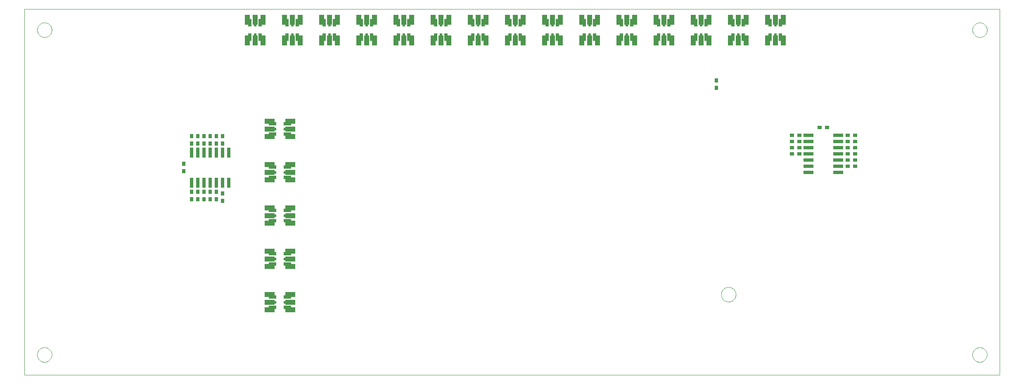
<source format=gtp>
G75*
G70*
%OFA0B0*%
%FSLAX24Y24*%
%IPPOS*%
%LPD*%
%AMOC8*
5,1,8,0,0,1.08239X$1,22.5*
%
%ADD10C,0.0000*%
%ADD11R,0.0394X0.0787*%
%ADD12R,0.0276X0.0600*%
%ADD13R,0.0197X0.0600*%
%ADD14R,0.0354X0.0315*%
%ADD15R,0.0787X0.0394*%
%ADD16R,0.0600X0.0276*%
%ADD17R,0.0600X0.0197*%
%ADD18R,0.0315X0.0354*%
%ADD19R,0.0800X0.0260*%
%ADD20R,0.0260X0.0800*%
D10*
X000100Y000444D02*
X000100Y030003D01*
X078840Y030003D01*
X078840Y000444D01*
X000100Y000444D01*
X001134Y002069D02*
X001136Y002117D01*
X001142Y002165D01*
X001152Y002212D01*
X001165Y002258D01*
X001183Y002303D01*
X001203Y002347D01*
X001228Y002389D01*
X001256Y002428D01*
X001286Y002465D01*
X001320Y002499D01*
X001357Y002531D01*
X001395Y002560D01*
X001436Y002585D01*
X001479Y002607D01*
X001524Y002625D01*
X001570Y002639D01*
X001617Y002650D01*
X001665Y002657D01*
X001713Y002660D01*
X001761Y002659D01*
X001809Y002654D01*
X001857Y002645D01*
X001903Y002633D01*
X001948Y002616D01*
X001992Y002596D01*
X002034Y002573D01*
X002074Y002546D01*
X002112Y002516D01*
X002147Y002483D01*
X002179Y002447D01*
X002209Y002409D01*
X002235Y002368D01*
X002257Y002325D01*
X002277Y002281D01*
X002292Y002236D01*
X002304Y002189D01*
X002312Y002141D01*
X002316Y002093D01*
X002316Y002045D01*
X002312Y001997D01*
X002304Y001949D01*
X002292Y001902D01*
X002277Y001857D01*
X002257Y001813D01*
X002235Y001770D01*
X002209Y001729D01*
X002179Y001691D01*
X002147Y001655D01*
X002112Y001622D01*
X002074Y001592D01*
X002034Y001565D01*
X001992Y001542D01*
X001948Y001522D01*
X001903Y001505D01*
X001857Y001493D01*
X001809Y001484D01*
X001761Y001479D01*
X001713Y001478D01*
X001665Y001481D01*
X001617Y001488D01*
X001570Y001499D01*
X001524Y001513D01*
X001479Y001531D01*
X001436Y001553D01*
X001395Y001578D01*
X001357Y001607D01*
X001320Y001639D01*
X001286Y001673D01*
X001256Y001710D01*
X001228Y001749D01*
X001203Y001791D01*
X001183Y001835D01*
X001165Y001880D01*
X001152Y001926D01*
X001142Y001973D01*
X001136Y002021D01*
X001134Y002069D01*
X056351Y006944D02*
X056353Y006992D01*
X056359Y007040D01*
X056369Y007087D01*
X056382Y007133D01*
X056400Y007178D01*
X056420Y007222D01*
X056445Y007264D01*
X056473Y007303D01*
X056503Y007340D01*
X056537Y007374D01*
X056574Y007406D01*
X056612Y007435D01*
X056653Y007460D01*
X056696Y007482D01*
X056741Y007500D01*
X056787Y007514D01*
X056834Y007525D01*
X056882Y007532D01*
X056930Y007535D01*
X056978Y007534D01*
X057026Y007529D01*
X057074Y007520D01*
X057120Y007508D01*
X057165Y007491D01*
X057209Y007471D01*
X057251Y007448D01*
X057291Y007421D01*
X057329Y007391D01*
X057364Y007358D01*
X057396Y007322D01*
X057426Y007284D01*
X057452Y007243D01*
X057474Y007200D01*
X057494Y007156D01*
X057509Y007111D01*
X057521Y007064D01*
X057529Y007016D01*
X057533Y006968D01*
X057533Y006920D01*
X057529Y006872D01*
X057521Y006824D01*
X057509Y006777D01*
X057494Y006732D01*
X057474Y006688D01*
X057452Y006645D01*
X057426Y006604D01*
X057396Y006566D01*
X057364Y006530D01*
X057329Y006497D01*
X057291Y006467D01*
X057251Y006440D01*
X057209Y006417D01*
X057165Y006397D01*
X057120Y006380D01*
X057074Y006368D01*
X057026Y006359D01*
X056978Y006354D01*
X056930Y006353D01*
X056882Y006356D01*
X056834Y006363D01*
X056787Y006374D01*
X056741Y006388D01*
X056696Y006406D01*
X056653Y006428D01*
X056612Y006453D01*
X056574Y006482D01*
X056537Y006514D01*
X056503Y006548D01*
X056473Y006585D01*
X056445Y006624D01*
X056420Y006666D01*
X056400Y006710D01*
X056382Y006755D01*
X056369Y006801D01*
X056359Y006848D01*
X056353Y006896D01*
X056351Y006944D01*
X076634Y002069D02*
X076636Y002117D01*
X076642Y002165D01*
X076652Y002212D01*
X076665Y002258D01*
X076683Y002303D01*
X076703Y002347D01*
X076728Y002389D01*
X076756Y002428D01*
X076786Y002465D01*
X076820Y002499D01*
X076857Y002531D01*
X076895Y002560D01*
X076936Y002585D01*
X076979Y002607D01*
X077024Y002625D01*
X077070Y002639D01*
X077117Y002650D01*
X077165Y002657D01*
X077213Y002660D01*
X077261Y002659D01*
X077309Y002654D01*
X077357Y002645D01*
X077403Y002633D01*
X077448Y002616D01*
X077492Y002596D01*
X077534Y002573D01*
X077574Y002546D01*
X077612Y002516D01*
X077647Y002483D01*
X077679Y002447D01*
X077709Y002409D01*
X077735Y002368D01*
X077757Y002325D01*
X077777Y002281D01*
X077792Y002236D01*
X077804Y002189D01*
X077812Y002141D01*
X077816Y002093D01*
X077816Y002045D01*
X077812Y001997D01*
X077804Y001949D01*
X077792Y001902D01*
X077777Y001857D01*
X077757Y001813D01*
X077735Y001770D01*
X077709Y001729D01*
X077679Y001691D01*
X077647Y001655D01*
X077612Y001622D01*
X077574Y001592D01*
X077534Y001565D01*
X077492Y001542D01*
X077448Y001522D01*
X077403Y001505D01*
X077357Y001493D01*
X077309Y001484D01*
X077261Y001479D01*
X077213Y001478D01*
X077165Y001481D01*
X077117Y001488D01*
X077070Y001499D01*
X077024Y001513D01*
X076979Y001531D01*
X076936Y001553D01*
X076895Y001578D01*
X076857Y001607D01*
X076820Y001639D01*
X076786Y001673D01*
X076756Y001710D01*
X076728Y001749D01*
X076703Y001791D01*
X076683Y001835D01*
X076665Y001880D01*
X076652Y001926D01*
X076642Y001973D01*
X076636Y002021D01*
X076634Y002069D01*
X076634Y028319D02*
X076636Y028367D01*
X076642Y028415D01*
X076652Y028462D01*
X076665Y028508D01*
X076683Y028553D01*
X076703Y028597D01*
X076728Y028639D01*
X076756Y028678D01*
X076786Y028715D01*
X076820Y028749D01*
X076857Y028781D01*
X076895Y028810D01*
X076936Y028835D01*
X076979Y028857D01*
X077024Y028875D01*
X077070Y028889D01*
X077117Y028900D01*
X077165Y028907D01*
X077213Y028910D01*
X077261Y028909D01*
X077309Y028904D01*
X077357Y028895D01*
X077403Y028883D01*
X077448Y028866D01*
X077492Y028846D01*
X077534Y028823D01*
X077574Y028796D01*
X077612Y028766D01*
X077647Y028733D01*
X077679Y028697D01*
X077709Y028659D01*
X077735Y028618D01*
X077757Y028575D01*
X077777Y028531D01*
X077792Y028486D01*
X077804Y028439D01*
X077812Y028391D01*
X077816Y028343D01*
X077816Y028295D01*
X077812Y028247D01*
X077804Y028199D01*
X077792Y028152D01*
X077777Y028107D01*
X077757Y028063D01*
X077735Y028020D01*
X077709Y027979D01*
X077679Y027941D01*
X077647Y027905D01*
X077612Y027872D01*
X077574Y027842D01*
X077534Y027815D01*
X077492Y027792D01*
X077448Y027772D01*
X077403Y027755D01*
X077357Y027743D01*
X077309Y027734D01*
X077261Y027729D01*
X077213Y027728D01*
X077165Y027731D01*
X077117Y027738D01*
X077070Y027749D01*
X077024Y027763D01*
X076979Y027781D01*
X076936Y027803D01*
X076895Y027828D01*
X076857Y027857D01*
X076820Y027889D01*
X076786Y027923D01*
X076756Y027960D01*
X076728Y027999D01*
X076703Y028041D01*
X076683Y028085D01*
X076665Y028130D01*
X076652Y028176D01*
X076642Y028223D01*
X076636Y028271D01*
X076634Y028319D01*
X001134Y028319D02*
X001136Y028367D01*
X001142Y028415D01*
X001152Y028462D01*
X001165Y028508D01*
X001183Y028553D01*
X001203Y028597D01*
X001228Y028639D01*
X001256Y028678D01*
X001286Y028715D01*
X001320Y028749D01*
X001357Y028781D01*
X001395Y028810D01*
X001436Y028835D01*
X001479Y028857D01*
X001524Y028875D01*
X001570Y028889D01*
X001617Y028900D01*
X001665Y028907D01*
X001713Y028910D01*
X001761Y028909D01*
X001809Y028904D01*
X001857Y028895D01*
X001903Y028883D01*
X001948Y028866D01*
X001992Y028846D01*
X002034Y028823D01*
X002074Y028796D01*
X002112Y028766D01*
X002147Y028733D01*
X002179Y028697D01*
X002209Y028659D01*
X002235Y028618D01*
X002257Y028575D01*
X002277Y028531D01*
X002292Y028486D01*
X002304Y028439D01*
X002312Y028391D01*
X002316Y028343D01*
X002316Y028295D01*
X002312Y028247D01*
X002304Y028199D01*
X002292Y028152D01*
X002277Y028107D01*
X002257Y028063D01*
X002235Y028020D01*
X002209Y027979D01*
X002179Y027941D01*
X002147Y027905D01*
X002112Y027872D01*
X002074Y027842D01*
X002034Y027815D01*
X001992Y027792D01*
X001948Y027772D01*
X001903Y027755D01*
X001857Y027743D01*
X001809Y027734D01*
X001761Y027729D01*
X001713Y027728D01*
X001665Y027731D01*
X001617Y027738D01*
X001570Y027749D01*
X001524Y027763D01*
X001479Y027781D01*
X001436Y027803D01*
X001395Y027828D01*
X001357Y027857D01*
X001320Y027889D01*
X001286Y027923D01*
X001256Y027960D01*
X001228Y027999D01*
X001203Y028041D01*
X001183Y028085D01*
X001165Y028130D01*
X001152Y028176D01*
X001142Y028223D01*
X001136Y028271D01*
X001134Y028319D01*
D11*
X018095Y029149D03*
X018725Y029149D03*
X019355Y029149D03*
X021095Y029149D03*
X021725Y029149D03*
X022355Y029149D03*
X024095Y029149D03*
X024725Y029149D03*
X025355Y029149D03*
X027095Y029149D03*
X027725Y029149D03*
X028355Y029149D03*
X030095Y029149D03*
X030725Y029149D03*
X031355Y029149D03*
X033095Y029149D03*
X033725Y029149D03*
X034355Y029149D03*
X036095Y029149D03*
X036725Y029149D03*
X037355Y029149D03*
X039095Y029149D03*
X039725Y029149D03*
X040355Y029149D03*
X042095Y029149D03*
X042725Y029149D03*
X043355Y029149D03*
X045095Y029149D03*
X045725Y029149D03*
X046355Y029149D03*
X048095Y029149D03*
X048725Y029149D03*
X049355Y029149D03*
X051095Y029149D03*
X051725Y029149D03*
X052355Y029149D03*
X054095Y029149D03*
X054725Y029149D03*
X055355Y029149D03*
X057095Y029149D03*
X057725Y029149D03*
X058355Y029149D03*
X060095Y029149D03*
X060725Y029149D03*
X061355Y029149D03*
X061355Y027469D03*
X060725Y027469D03*
X060095Y027469D03*
X058355Y027469D03*
X057725Y027469D03*
X057095Y027469D03*
X055355Y027469D03*
X054725Y027469D03*
X054095Y027469D03*
X052355Y027469D03*
X051725Y027469D03*
X051095Y027469D03*
X049355Y027469D03*
X048725Y027469D03*
X048095Y027469D03*
X046355Y027469D03*
X045725Y027469D03*
X045095Y027469D03*
X043355Y027469D03*
X042725Y027469D03*
X042095Y027469D03*
X040355Y027469D03*
X039725Y027469D03*
X039095Y027469D03*
X037355Y027469D03*
X036725Y027469D03*
X036095Y027469D03*
X034355Y027469D03*
X033725Y027469D03*
X033095Y027469D03*
X031355Y027469D03*
X030725Y027469D03*
X030095Y027469D03*
X028355Y027469D03*
X027725Y027469D03*
X027095Y027469D03*
X025355Y027469D03*
X024725Y027469D03*
X024095Y027469D03*
X022355Y027469D03*
X021725Y027469D03*
X021095Y027469D03*
X019355Y027469D03*
X018725Y027469D03*
X018095Y027469D03*
D12*
X018312Y027723D03*
X019138Y027723D03*
X021312Y027723D03*
X022138Y027723D03*
X024312Y027723D03*
X025138Y027723D03*
X027312Y027723D03*
X028138Y027723D03*
X030312Y027723D03*
X031138Y027723D03*
X033312Y027723D03*
X034138Y027723D03*
X036312Y027723D03*
X037138Y027723D03*
X039312Y027723D03*
X040138Y027723D03*
X042312Y027723D03*
X043138Y027723D03*
X045312Y027723D03*
X046138Y027723D03*
X048312Y027723D03*
X049138Y027723D03*
X051312Y027723D03*
X052138Y027723D03*
X054312Y027723D03*
X055138Y027723D03*
X057312Y027723D03*
X058138Y027723D03*
X060312Y027723D03*
X061138Y027723D03*
X061138Y028914D03*
X060312Y028914D03*
X058138Y028914D03*
X057312Y028914D03*
X055138Y028914D03*
X054312Y028914D03*
X052138Y028914D03*
X051312Y028914D03*
X049138Y028914D03*
X048312Y028914D03*
X046138Y028914D03*
X045312Y028914D03*
X043138Y028914D03*
X042312Y028914D03*
X040138Y028914D03*
X039312Y028914D03*
X037138Y028914D03*
X036312Y028914D03*
X034138Y028914D03*
X033312Y028914D03*
X031138Y028914D03*
X030312Y028914D03*
X028138Y028914D03*
X027312Y028914D03*
X025138Y028914D03*
X024312Y028914D03*
X022138Y028914D03*
X021312Y028914D03*
X019138Y028914D03*
X018312Y028914D03*
D13*
X018725Y028914D03*
X018725Y027723D03*
X021725Y027723D03*
X021725Y028914D03*
X024725Y028914D03*
X027725Y028914D03*
X027725Y027723D03*
X024725Y027723D03*
X030725Y027723D03*
X030725Y028914D03*
X033725Y028914D03*
X033725Y027723D03*
X036725Y027723D03*
X039725Y027723D03*
X039725Y028914D03*
X036725Y028914D03*
X042725Y028914D03*
X042725Y027723D03*
X045725Y027723D03*
X048725Y027723D03*
X048725Y028914D03*
X045725Y028914D03*
X051725Y028914D03*
X051725Y027723D03*
X054725Y027723D03*
X057725Y027723D03*
X057725Y028914D03*
X054725Y028914D03*
X060725Y028914D03*
X060725Y027723D03*
D14*
X064300Y020444D03*
X064900Y020444D03*
X066550Y019819D03*
X066550Y019319D03*
X067150Y019319D03*
X067150Y019819D03*
X067150Y018819D03*
X066550Y018819D03*
X066550Y018319D03*
X066550Y017819D03*
X067150Y017819D03*
X067150Y018319D03*
X067150Y017319D03*
X066550Y017319D03*
X062650Y018319D03*
X062050Y018319D03*
X062050Y018819D03*
X062650Y018819D03*
X062650Y019319D03*
X062650Y019819D03*
X062050Y019819D03*
X062050Y019319D03*
D15*
X021575Y019689D03*
X021575Y020319D03*
X021575Y020949D03*
X019895Y020949D03*
X019895Y020319D03*
X019895Y019689D03*
X019895Y017449D03*
X019895Y016819D03*
X019895Y016189D03*
X021575Y016189D03*
X021575Y016819D03*
X021575Y017449D03*
X021575Y013949D03*
X021575Y013319D03*
X021575Y012689D03*
X019895Y012689D03*
X019895Y013319D03*
X019895Y013949D03*
X019895Y010449D03*
X019895Y009819D03*
X019895Y009189D03*
X021575Y009189D03*
X021575Y009819D03*
X021575Y010449D03*
X021575Y006949D03*
X019895Y006949D03*
X019895Y006319D03*
X019895Y005689D03*
X021575Y005689D03*
X021575Y006319D03*
D16*
X021320Y005905D03*
X020130Y005905D03*
X020130Y006732D03*
X021320Y006732D03*
X021320Y009405D03*
X021320Y010232D03*
X020130Y010232D03*
X020130Y009405D03*
X020130Y012905D03*
X021320Y012905D03*
X021320Y013732D03*
X020130Y013732D03*
X020130Y016405D03*
X021320Y016405D03*
X021320Y017232D03*
X020130Y017232D03*
X020130Y019905D03*
X020130Y020732D03*
X021320Y020732D03*
X021320Y019905D03*
D17*
X021320Y020319D03*
X020130Y020319D03*
X020130Y016819D03*
X021320Y016819D03*
X021320Y013319D03*
X020130Y013319D03*
X020130Y009819D03*
X021320Y009819D03*
X021320Y006319D03*
X020130Y006319D03*
D18*
X016100Y014519D03*
X015600Y014644D03*
X015100Y014644D03*
X014600Y014644D03*
X014100Y014644D03*
X013600Y014644D03*
X013600Y015244D03*
X014100Y015244D03*
X014600Y015244D03*
X015100Y015244D03*
X015600Y015244D03*
X016100Y015119D03*
X012975Y016894D03*
X012975Y017494D03*
X013600Y019144D03*
X014100Y019144D03*
X014600Y019144D03*
X015100Y019144D03*
X015600Y019144D03*
X016100Y019144D03*
X016100Y019744D03*
X015600Y019744D03*
X015100Y019744D03*
X014600Y019744D03*
X014100Y019744D03*
X013600Y019744D03*
X055975Y023644D03*
X055975Y024244D03*
D19*
X063390Y019819D03*
X063390Y019319D03*
X063390Y018819D03*
X063390Y018319D03*
X063390Y017819D03*
X063390Y017319D03*
X063390Y016819D03*
X065810Y016819D03*
X065810Y017319D03*
X065810Y017819D03*
X065810Y018319D03*
X065810Y018819D03*
X065810Y019319D03*
X065810Y019819D03*
D20*
X016600Y018404D03*
X016100Y018404D03*
X015600Y018404D03*
X015100Y018404D03*
X014600Y018404D03*
X014100Y018404D03*
X013600Y018404D03*
X013600Y015984D03*
X014100Y015984D03*
X014600Y015984D03*
X015100Y015984D03*
X015600Y015984D03*
X016100Y015984D03*
X016600Y015984D03*
M02*

</source>
